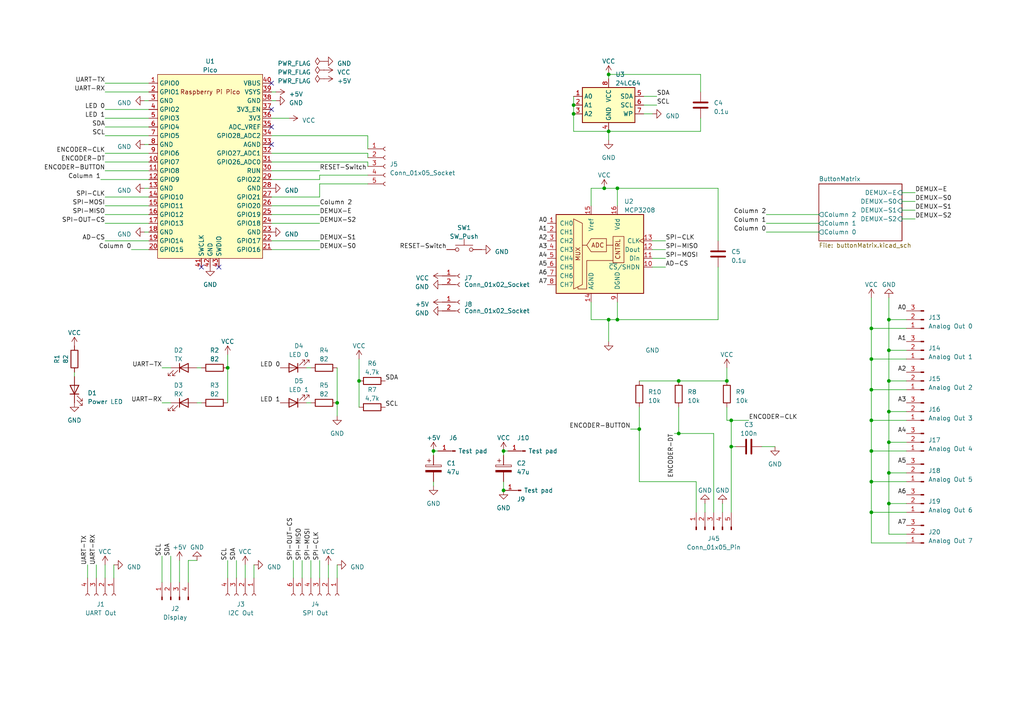
<source format=kicad_sch>
(kicad_sch (version 20231120) (generator "eeschema") (generator_version "8.0")
  (paper "A4")
  (title_block (title "PorscheMühk"))
  (lib_symbols
    (symbol "Analog_ADC:MCP3208" (pin_names (offset 1.016))
      (property "Reference" "U" (at -5.08 13.335 0))
      (property "Value" "MCP3208" (at -5.08 11.43 0))
      (symbol "MCP3208_0_0"
        (text "ADC" (at -0.635 1.27 0) (effects (font (size 1.27 1.27))))
        (text "CNTRL" (at 5.969 -2.921 900) (effects (font (size 1.27 1.27)) (justify left bottom)))
        (text "MUX" (at -6.35 -1.27 900) (effects (font (size 1.27 1.27))))
      )
      (symbol "MCP3208_1_1"
        (pin input line (at -15.24 7.62 0) (length 2.54) (name "CH0") (number "1"))
        (pin input line (at 15.24 -5.08 180) (length 2.54) (name "~{CS}/SHDN") (number "10"))
        (pin input line (at 15.24 -2.54 180) (length 2.54) (name "Din") (number "11"))
        (pin output line (at 15.24 0 180) (length 2.54) (name "Dout") (number "12"))
        (pin input clock (at 15.24 2.54 180) (length 2.54) (name "CLK") (number "13"))
        (pin power_in line (at -2.54 -15.24 90) (length 2.54) (name "AGND") (number "14"))
        (pin power_in line (at -2.54 12.7 270) (length 2.54) (name "Vref") (number "15"))
        (pin power_in line (at 5.08 12.7 270) (length 2.54) (name "Vdd") (number "16"))
        (pin input line (at -15.24 5.08 0) (length 2.54) (name "CH1") (number "2"))
        (pin input line (at -15.24 2.54 0) (length 2.54) (name "CH2") (number "3"))
        (pin input line (at -15.24 0 0) (length 2.54) (name "CH3") (number "4"))
        (pin input line (at -15.24 -2.54 0) (length 2.54) (name "CH4") (number "5"))
        (pin input line (at -15.24 -5.08 0) (length 2.54) (name "CH5") (number "6"))
        (pin input line (at -15.24 -7.62 0) (length 2.54) (name "CH6") (number "7"))
        (pin input line (at -15.24 -10.16 0) (length 2.54) (name "CH7") (number "8"))
        (pin power_in line (at 5.08 -15.24 90) (length 2.54) (name "DGND") (number "9"))
      )
    )
    (symbol "Connector:Conn_01x01_Pin" (pin_names (offset 1.016) hide)
      (property "Reference" "J" (at 0 2.54 0))
      (property "Value" "Conn_01x01_Pin" (at 0 -2.54 0))
      (symbol "Conn_01x01_Pin_1_1"
        (pin passive line (at 5.08 0 180) (length 3.81) (name "Pin_1") (number "1"))
      )
    )
    (symbol "Connector:Conn_01x02_Socket" (pin_names (offset 1.016) hide)
      (property "Reference" "J" (at 0 2.54 0))
      (property "Value" "Conn_01x02_Socket" (at 0 -5.08 0))
      (symbol "Conn_01x02_Socket_1_1"
        (pin passive line (at -5.08 0 0) (length 3.81) (name "Pin_1") (number "1"))
        (pin passive line (at -5.08 -2.54 0) (length 3.81) (name "Pin_2") (number "2"))
      )
    )
    (symbol "Connector:Conn_01x03_Pin" (pin_names (offset 1.016) hide)
      (property "Reference" "J" (at 0 5.08 0))
      (property "Value" "Conn_01x03_Pin" (at 0 -5.08 0))
      (symbol "Conn_01x03_Pin_1_1"
        (pin passive line (at 5.08 2.54 180) (length 3.81) (name "Pin_1") (number "1"))
        (pin passive line (at 5.08 0 180) (length 3.81) (name "Pin_2") (number "2"))
        (pin passive line (at 5.08 -2.54 180) (length 3.81) (name "Pin_3") (number "3"))
      )
    )
    (symbol "Connector:Conn_01x04_Pin" (pin_names (offset 1.016) hide)
      (property "Reference" "J" (at 0 5.08 0))
      (property "Value" "Conn_01x04_Pin" (at 0 -7.62 0))
      (symbol "Conn_01x04_Pin_1_1"
        (pin passive line (at 5.08 2.54 180) (length 3.81) (name "Pin_1") (number "1"))
        (pin passive line (at 5.08 0 180) (length 3.81) (name "Pin_2") (number "2"))
        (pin passive line (at 5.08 -2.54 180) (length 3.81) (name "Pin_3") (number "3"))
        (pin passive line (at 5.08 -5.08 180) (length 3.81) (name "Pin_4") (number "4"))
      )
    )
    (symbol "Connector:Conn_01x04_Socket" (pin_names (offset 1.016) hide)
      (property "Reference" "J" (at 0 5.08 0))
      (property "Value" "Conn_01x04_Socket" (at 0 -7.62 0))
      (symbol "Conn_01x04_Socket_1_1"
        (pin passive line (at -5.08 2.54 0) (length 3.81) (name "Pin_1") (number "1"))
        (pin passive line (at -5.08 0 0) (length 3.81) (name "Pin_2") (number "2"))
        (pin passive line (at -5.08 -2.54 0) (length 3.81) (name "Pin_3") (number "3"))
        (pin passive line (at -5.08 -5.08 0) (length 3.81) (name "Pin_4") (number "4"))
      )
    )
    (symbol "Connector:Conn_01x05_Pin" (pin_names (offset 1.016) hide)
      (property "Reference" "J" (at 0 7.62 0))
      (property "Value" "Conn_01x05_Pin" (at 0 -7.62 0))
      (symbol "Conn_01x05_Pin_1_1"
        (pin passive line (at 5.08 5.08 180) (length 3.81) (name "Pin_1") (number "1"))
        (pin passive line (at 5.08 2.54 180) (length 3.81) (name "Pin_2") (number "2"))
        (pin passive line (at 5.08 0 180) (length 3.81) (name "Pin_3") (number "3"))
        (pin passive line (at 5.08 -2.54 180) (length 3.81) (name "Pin_4") (number "4"))
        (pin passive line (at 5.08 -5.08 180) (length 3.81) (name "Pin_5") (number "5"))
      )
    )
    (symbol "Connector:Conn_01x05_Socket" (pin_names (offset 1.016) hide)
      (property "Reference" "J" (at 0 7.62 0))
      (property "Value" "Conn_01x05_Socket" (at 0 -7.62 0))
      (symbol "Conn_01x05_Socket_1_1"
        (pin passive line (at -5.08 5.08 0) (length 3.81) (name "Pin_1") (number "1"))
        (pin passive line (at -5.08 2.54 0) (length 3.81) (name "Pin_2") (number "2"))
        (pin passive line (at -5.08 0 0) (length 3.81) (name "Pin_3") (number "3"))
        (pin passive line (at -5.08 -2.54 0) (length 3.81) (name "Pin_4") (number "4"))
        (pin passive line (at -5.08 -5.08 0) (length 3.81) (name "Pin_5") (number "5"))
      )
    )
    (symbol "Connector:Conn_01x06_Socket" (pin_names (offset 1.016) hide)
      (property "Reference" "J" (at 0 7.62 0))
      (property "Value" "Conn_01x06_Socket" (at 0 -10.16 0))
      (symbol "Conn_01x06_Socket_1_1"
        (pin passive line (at -5.08 5.08 0) (length 3.81) (name "Pin_1") (number "1"))
        (pin passive line (at -5.08 2.54 0) (length 3.81) (name "Pin_2") (number "2"))
        (pin passive line (at -5.08 0 0) (length 3.81) (name "Pin_3") (number "3"))
        (pin passive line (at -5.08 -2.54 0) (length 3.81) (name "Pin_4") (number "4"))
        (pin passive line (at -5.08 -5.08 0) (length 3.81) (name "Pin_5") (number "5"))
        (pin passive line (at -5.08 -7.62 0) (length 3.81) (name "Pin_6") (number "6"))
      )
    )
    (symbol "Device:C" (pin_numbers hide) (pin_names (offset 0.254))
      (property "Reference" "C" (at 0.635 2.54 0))
      (property "Value" "C" (at 0.635 -2.54 0))
      (symbol "C_1_1"
        (pin passive line (at 0 3.81 270) (length 2.794) (name "~") (number "1"))
        (pin passive line (at 0 -3.81 90) (length 2.794) (name "~") (number "2"))
      )
    )
    (symbol "Device:C_Polarized" (pin_numbers hide) (pin_names (offset 0.254))
      (property "Reference" "C" (at 0.635 2.54 0))
      (property "Value" "C_Polarized" (at 0.635 -2.54 0))
      (symbol "C_Polarized_1_1"
        (pin passive line (at 0 3.81 270) (length 2.794) (name "~") (number "1"))
        (pin passive line (at 0 -3.81 90) (length 2.794) (name "~") (number "2"))
      )
    )
    (symbol "Device:LED" (pin_numbers hide) (pin_names (offset 1.016) hide)
      (property "Reference" "D" (at 0 2.54 0))
      (property "Value" "LED" (at 0 -2.54 0))
      (symbol "LED_1_1"
        (pin passive line (at -3.81 0 0) (length 2.54) (name "K") (number "1"))
        (pin passive line (at 3.81 0 180) (length 2.54) (name "A") (number "2"))
      )
    )
    (symbol "Device:R" (pin_numbers hide) (pin_names (offset 0))
      (property "Reference" "R" (at 2.032 0 90))
      (property "Value" "R" (at 0 0 90))
      (symbol "R_1_1"
        (pin passive line (at 0 3.81 270) (length 1.27) (name "~") (number "1"))
        (pin passive line (at 0 -3.81 90) (length 1.27) (name "~") (number "2"))
      )
    )
    (symbol "MCU_RaspberryPi_and_Boards:Pico"
      (property "Reference" "U" (at -13.97 27.94 0))
      (property "Value" "Pico" (at 0 19.05 0))
      (symbol "Pico_0_0"
        (text "Raspberry Pi Pico" (at 0 21.59 0) (effects (font (size 1.27 1.27))))
      )
      (symbol "Pico_1_1"
        (pin bidirectional line (at -17.78 24.13 0) (length 2.54) (name "GPIO0") (number "1"))
        (pin bidirectional line (at -17.78 1.27 0) (length 2.54) (name "GPIO7") (number "10"))
        (pin bidirectional line (at -17.78 -1.27 0) (length 2.54) (name "GPIO8") (number "11"))
        (pin bidirectional line (at -17.78 -3.81 0) (length 2.54) (name "GPIO9") (number "12"))
        (pin power_in line (at -17.78 -6.35 0) (length 2.54) (name "GND") (number "13"))
        (pin bidirectional line (at -17.78 -8.89 0) (length 2.54) (name "GPIO10") (number "14"))
        (pin bidirectional line (at -17.78 -11.43 0) (length 2.54) (name "GPIO11") (number "15"))
        (pin bidirectional line (at -17.78 -13.97 0) (length 2.54) (name "GPIO12") (number "16"))
        (pin bidirectional line (at -17.78 -16.51 0) (length 2.54) (name "GPIO13") (number "17"))
        (pin power_in line (at -17.78 -19.05 0) (length 2.54) (name "GND") (number "18"))
        (pin bidirectional line (at -17.78 -21.59 0) (length 2.54) (name "GPIO14") (number "19"))
        (pin bidirectional line (at -17.78 21.59 0) (length 2.54) (name "GPIO1") (number "2"))
        (pin bidirectional line (at -17.78 -24.13 0) (length 2.54) (name "GPIO15") (number "20"))
        (pin bidirectional line (at 17.78 -24.13 180) (length 2.54) (name "GPIO16") (number "21"))
        (pin bidirectional line (at 17.78 -21.59 180) (length 2.54) (name "GPIO17") (number "22"))
        (pin power_in line (at 17.78 -19.05 180) (length 2.54) (name "GND") (number "23"))
        (pin bidirectional line (at 17.78 -16.51 180) (length 2.54) (name "GPIO18") (number "24"))
        (pin bidirectional line (at 17.78 -13.97 180) (length 2.54) (name "GPIO19") (number "25"))
        (pin bidirectional line (at 17.78 -11.43 180) (length 2.54) (name "GPIO20") (number "26"))
        (pin bidirectional line (at 17.78 -8.89 180) (length 2.54) (name "GPIO21") (number "27"))
        (pin power_in line (at 17.78 -6.35 180) (length 2.54) (name "GND") (number "28"))
        (pin bidirectional line (at 17.78 -3.81 180) (length 2.54) (name "GPIO22") (number "29"))
        (pin power_in line (at -17.78 19.05 0) (length 2.54) (name "GND") (number "3"))
        (pin input line (at 17.78 -1.27 180) (length 2.54) (name "RUN") (number "30"))
        (pin bidirectional line (at 17.78 1.27 180) (length 2.54) (name "GPIO26_ADC0") (number "31"))
        (pin bidirectional line (at 17.78 3.81 180) (length 2.54) (name "GPIO27_ADC1") (number "32"))
        (pin power_in line (at 17.78 6.35 180) (length 2.54) (name "AGND") (number "33"))
        (pin bidirectional line (at 17.78 8.89 180) (length 2.54) (name "GPIO28_ADC2") (number "34"))
        (pin power_in line (at 17.78 11.43 180) (length 2.54) (name "ADC_VREF") (number "35"))
        (pin power_in line (at 17.78 13.97 180) (length 2.54) (name "3V3") (number "36"))
        (pin input line (at 17.78 16.51 180) (length 2.54) (name "3V3_EN") (number "37"))
        (pin bidirectional line (at 17.78 19.05 180) (length 2.54) (name "GND") (number "38"))
        (pin power_in line (at 17.78 21.59 180) (length 2.54) (name "VSYS") (number "39"))
        (pin bidirectional line (at -17.78 16.51 0) (length 2.54) (name "GPIO2") (number "4"))
        (pin power_in line (at 17.78 24.13 180) (length 2.54) (name "VBUS") (number "40"))
        (pin input line (at -2.54 -29.21 90) (length 2.54) (name "SWCLK") (number "41"))
        (pin power_in line (at 0 -29.21 90) (length 2.54) (name "GND") (number "42"))
        (pin bidirectional line (at 2.54 -29.21 90) (length 2.54) (name "SWDIO") (number "43"))
        (pin bidirectional line (at -17.78 13.97 0) (length 2.54) (name "GPIO3") (number "5"))
        (pin bidirectional line (at -17.78 11.43 0) (length 2.54) (name "GPIO4") (number "6"))
        (pin bidirectional line (at -17.78 8.89 0) (length 2.54) (name "GPIO5") (number "7"))
        (pin power_in line (at -17.78 6.35 0) (length 2.54) (name "GND") (number "8"))
        (pin bidirectional line (at -17.78 3.81 0) (length 2.54) (name "GPIO6") (number "9"))
      )
    )
    (symbol "Memory_EEPROM:24LC64"
      (property "Reference" "U" (at -6.35 6.35 0))
      (property "Value" "24LC64" (at 1.27 6.35 0))
      (symbol "24LC64_1_1"
        (pin input line (at -10.16 2.54 0) (length 2.54) (name "A0") (number "1"))
        (pin input line (at -10.16 0 0) (length 2.54) (name "A1") (number "2"))
        (pin input line (at -10.16 -2.54 0) (length 2.54) (name "A2") (number "3"))
        (pin power_in line (at 0 -7.62 90) (length 2.54) (name "GND") (number "4"))
        (pin bidirectional line (at 10.16 2.54 180) (length 2.54) (name "SDA") (number "5"))
        (pin input line (at 10.16 0 180) (length 2.54) (name "SCL") (number "6"))
        (pin input line (at 10.16 -2.54 180) (length 2.54) (name "WP") (number "7"))
        (pin power_in line (at 0 7.62 270) (length 2.54) (name "VCC") (number "8"))
      )
    )
    (symbol "Switch:SW_Push" (pin_numbers hide) (pin_names (offset 1.016) hide)
      (property "Reference" "SW" (at 1.27 2.54 0))
      (property "Value" "SW_Push" (at 0 -1.524 0))
      (symbol "SW_Push_0_1"
        (pin passive line (at -5.08 0 0) (length 2.54) (name "1") (number "1"))
        (pin passive line (at 5.08 0 180) (length 2.54) (name "2") (number "2"))
      )
    )
    (symbol "power:+5V" (power) (pin_names (offset 0))
      (property "Value" "+5V" (at 0 3.556 0))
      (symbol "+5V_1_1"
        (pin power_in line (at 0 0 90) (length 0) hide (name "+5V") (number "1"))
      )
    )
    (symbol "power:GND" (power) (pin_names (offset 0))
      (property "Value" "GND" (at 0 -3.81 0))
      (symbol "GND_1_1"
        (pin power_in line (at 0 0 270) (length 0) hide (name "GND") (number "1"))
      )
    )
    (symbol "power:PWR_FLAG" (power) (pin_numbers hide) (pin_names (offset 0) hide)
      (property "Value" "PWR_FLAG" (at 0 3.81 0))
      (symbol "PWR_FLAG_0_0"
        (pin power_out line (at 0 0 90) (length 0) (name "pwr") (number "1"))
      )
    )
    (symbol "power:VCC" (power) (pin_names (offset 0))
      (property "Value" "VCC" (at 0 3.81 0))
      (symbol "VCC_1_1"
        (pin power_in line (at 0 0 90) (length 0) hide (name "VCC") (number "1"))
      )
    )
  )
  (junction (at 210.82 110.49))
  (junction (at 257.81 92.71))
  (junction (at 252.73 95.25))
  (junction (at 179.07 54.61))
  (junction (at 257.81 101.6))
  (junction (at 146.05 142.24))
  (junction (at 175.26 54.61))
  (junction (at 252.73 104.14))
  (junction (at 257.81 119.38))
  (junction (at 176.53 38.1))
  (junction (at 212.09 129.54))
  (junction (at 166.37 33.02))
  (junction (at 212.09 121.92))
  (junction (at 146.05 130.81))
  (junction (at 166.37 30.48))
  (junction (at 252.73 130.81))
  (junction (at 252.73 139.7))
  (junction (at 196.85 125.73))
  (junction (at 176.53 92.71))
  (junction (at 104.14 110.49))
  (junction (at 257.81 146.05))
  (junction (at 257.81 128.27))
  (junction (at 252.73 121.92))
  (junction (at 66.04 106.68))
  (junction (at 97.79 116.84))
  (junction (at 196.85 110.49))
  (junction (at 257.81 110.49))
  (junction (at 185.42 124.46))
  (junction (at 179.07 92.71))
  (junction (at 252.73 113.03))
  (junction (at 252.73 148.59))
  (junction (at 176.53 21.59))
  (junction (at 125.73 130.81))
  (junction (at 257.81 137.16))
  (no_connect (at 78.74 24.13))
  (no_connect (at 78.74 31.75))
  (no_connect (at 58.42 77.47))
  (no_connect (at 78.74 36.83))
  (no_connect (at 63.5 77.47))
  (no_connect (at 78.74 41.91))
  (wire (pts (xy 106.68 44.45) (xy 106.68 45.72)))
  (wire (pts (xy 203.2 34.29) (xy 203.2 38.1)))
  (wire (pts (xy 257.81 86.36) (xy 257.81 92.71)))
  (wire (pts (xy 30.48 39.37) (xy 43.18 39.37)))
  (wire (pts (xy 30.48 49.53) (xy 43.18 49.53)))
  (wire (pts (xy 252.73 148.59) (xy 262.89 148.59)))
  (wire (pts (xy 87.63 162.56) (xy 87.63 167.64)))
  (wire (pts (xy 252.73 86.36) (xy 252.73 95.25)))
  (wire (pts (xy 78.74 64.77) (xy 92.71 64.77)))
  (wire (pts (xy 257.81 128.27) (xy 262.89 128.27)))
  (wire (pts (xy 30.48 69.85) (xy 43.18 69.85)))
  (wire (pts (xy 252.73 148.59) (xy 252.73 157.48)))
  (wire (pts (xy 252.73 139.7) (xy 262.89 139.7)))
  (wire (pts (xy 176.53 21.59) (xy 203.2 21.59)))
  (wire (pts (xy 252.73 113.03) (xy 252.73 121.92)))
  (wire (pts (xy 189.23 77.47) (xy 193.04 77.47)))
  (wire (pts (xy 257.81 101.6) (xy 262.89 101.6)))
  (wire (pts (xy 104.14 110.49) (xy 104.14 118.11)))
  (wire (pts (xy 257.81 92.71) (xy 262.89 92.71)))
  (wire (pts (xy 252.73 104.14) (xy 252.73 113.03)))
  (wire (pts (xy 90.17 162.56) (xy 90.17 167.64)))
  (wire (pts (xy 78.74 39.37) (xy 106.68 39.37)))
  (wire (pts (xy 33.02 163.83) (xy 33.02 167.64)))
  (wire (pts (xy 166.37 38.1) (xy 176.53 38.1)))
  (wire (pts (xy 41.91 41.91) (xy 43.18 41.91)))
  (wire (pts (xy 175.26 54.61) (xy 179.07 54.61)))
  (wire (pts (xy 30.48 64.77) (xy 43.18 64.77)))
  (wire (pts (xy 73.66 163.83) (xy 73.66 167.64)))
  (wire (pts (xy 78.74 52.07) (xy 92.71 52.07)))
  (wire (pts (xy 30.48 36.83) (xy 43.18 36.83)))
  (wire (pts (xy 52.07 162.56) (xy 52.07 168.91)))
  (wire (pts (xy 204.47 146.05) (xy 204.47 148.59)))
  (wire (pts (xy 78.74 72.39) (xy 92.71 72.39)))
  (wire (pts (xy 210.82 121.92) (xy 210.82 118.11)))
  (wire (pts (xy 166.37 27.94) (xy 166.37 30.48)))
  (wire (pts (xy 30.48 26.67) (xy 43.18 26.67)))
  (wire (pts (xy 261.62 55.88) (xy 265.43 55.88)))
  (wire (pts (xy 106.68 39.37) (xy 106.68 43.18)))
  (wire (pts (xy 41.91 54.61) (xy 43.18 54.61)))
  (wire (pts (xy 207.01 125.73) (xy 196.85 125.73)))
  (wire (pts (xy 257.81 119.38) (xy 262.89 119.38)))
  (wire (pts (xy 30.48 46.99) (xy 43.18 46.99)))
  (wire (pts (xy 222.25 62.23) (xy 237.49 62.23)))
  (wire (pts (xy 179.07 92.71) (xy 179.07 87.63)))
  (wire (pts (xy 189.23 74.93) (xy 193.04 74.93)))
  (wire (pts (xy 212.09 121.92) (xy 217.17 121.92)))
  (wire (pts (xy 252.73 121.92) (xy 252.73 130.81)))
  (wire (pts (xy 57.15 116.84) (xy 58.42 116.84)))
  (wire (pts (xy 71.12 163.83) (xy 71.12 167.64)))
  (wire (pts (xy 106.68 46.99) (xy 106.68 48.26)))
  (wire (pts (xy 261.62 58.42) (xy 265.43 58.42)))
  (wire (pts (xy 92.71 162.56) (xy 92.71 167.64)))
  (wire (pts (xy 209.55 146.05) (xy 209.55 148.59)))
  (wire (pts (xy 252.73 121.92) (xy 262.89 121.92)))
  (wire (pts (xy 257.81 128.27) (xy 257.81 137.16)))
  (wire (pts (xy 78.74 59.69) (xy 92.71 59.69)))
  (wire (pts (xy 166.37 30.48) (xy 166.37 33.02)))
  (wire (pts (xy 252.73 104.14) (xy 262.89 104.14)))
  (wire (pts (xy 186.69 27.94) (xy 190.5 27.94)))
  (wire (pts (xy 203.2 21.59) (xy 203.2 26.67)))
  (wire (pts (xy 78.74 62.23) (xy 92.71 62.23)))
  (wire (pts (xy 262.89 157.48) (xy 252.73 157.48)))
  (wire (pts (xy 66.04 106.68) (xy 66.04 116.84)))
  (wire (pts (xy 83.82 34.29) (xy 78.74 34.29)))
  (wire (pts (xy 196.85 118.11) (xy 196.85 125.73)))
  (wire (pts (xy 189.23 72.39) (xy 193.04 72.39)))
  (wire (pts (xy 30.48 163.83) (xy 30.48 167.64)))
  (wire (pts (xy 179.07 92.71) (xy 208.28 92.71)))
  (wire (pts (xy 97.79 163.83) (xy 97.79 167.64)))
  (wire (pts (xy 222.25 67.31) (xy 237.49 67.31)))
  (wire (pts (xy 41.91 29.21) (xy 43.18 29.21)))
  (wire (pts (xy 41.91 67.31) (xy 43.18 67.31)))
  (wire (pts (xy 166.37 33.02) (xy 166.37 38.1)))
  (wire (pts (xy 257.81 119.38) (xy 257.81 128.27)))
  (wire (pts (xy 30.48 62.23) (xy 43.18 62.23)))
  (wire (pts (xy 97.79 116.84) (xy 97.79 120.65)))
  (wire (pts (xy 146.05 139.7) (xy 146.05 142.24)))
  (wire (pts (xy 201.93 148.59) (xy 201.93 139.7)))
  (wire (pts (xy 252.73 130.81) (xy 262.89 130.81)))
  (wire (pts (xy 66.04 162.56) (xy 66.04 167.64)))
  (wire (pts (xy 146.05 130.81) (xy 146.05 132.08)))
  (wire (pts (xy 92.71 50.8) (xy 92.71 52.07)))
  (wire (pts (xy 30.48 34.29) (xy 43.18 34.29)))
  (wire (pts (xy 78.74 44.45) (xy 106.68 44.45)))
  (wire (pts (xy 95.25 163.83) (xy 95.25 167.64)))
  (wire (pts (xy 66.04 106.68) (xy 66.04 102.87)))
  (wire (pts (xy 78.74 46.99) (xy 106.68 46.99)))
  (wire (pts (xy 68.58 162.56) (xy 68.58 167.64)))
  (wire (pts (xy 30.48 44.45) (xy 43.18 44.45)))
  (wire (pts (xy 29.21 52.07) (xy 43.18 52.07)))
  (wire (pts (xy 212.09 121.92) (xy 212.09 129.54)))
  (wire (pts (xy 171.45 54.61) (xy 175.26 54.61)))
  (wire (pts (xy 195.58 125.73) (xy 196.85 125.73)))
  (wire (pts (xy 30.48 59.69) (xy 43.18 59.69)))
  (wire (pts (xy 176.53 38.1) (xy 176.53 40.64)))
  (wire (pts (xy 46.99 106.68) (xy 49.53 106.68)))
  (wire (pts (xy 257.81 146.05) (xy 262.89 146.05)))
  (wire (pts (xy 80.01 26.67) (xy 78.74 26.67)))
  (wire (pts (xy 88.9 106.68) (xy 90.17 106.68)))
  (wire (pts (xy 213.36 129.54) (xy 212.09 129.54)))
  (wire (pts (xy 189.23 69.85) (xy 193.04 69.85)))
  (wire (pts (xy 54.61 168.91) (xy 54.61 162.56)))
  (wire (pts (xy 212.09 148.59) (xy 212.09 129.54)))
  (wire (pts (xy 125.73 130.81) (xy 125.73 132.08)))
  (wire (pts (xy 186.69 33.02) (xy 189.23 33.02)))
  (wire (pts (xy 208.28 77.47) (xy 208.28 92.71)))
  (wire (pts (xy 171.45 59.69) (xy 171.45 54.61)))
  (wire (pts (xy 127 130.81) (xy 125.73 130.81)))
  (wire (pts (xy 207.01 148.59) (xy 207.01 125.73)))
  (wire (pts (xy 176.53 92.71) (xy 179.07 92.71)))
  (wire (pts (xy 30.48 31.75) (xy 43.18 31.75)))
  (wire (pts (xy 212.09 121.92) (xy 210.82 121.92)))
  (wire (pts (xy 257.81 101.6) (xy 257.81 110.49)))
  (wire (pts (xy 210.82 106.68) (xy 210.82 110.49)))
  (wire (pts (xy 185.42 118.11) (xy 185.42 124.46)))
  (wire (pts (xy 176.53 21.59) (xy 176.53 22.86)))
  (wire (pts (xy 25.4 163.83) (xy 25.4 167.64)))
  (wire (pts (xy 208.28 69.85) (xy 208.28 54.61)))
  (wire (pts (xy 252.73 139.7) (xy 252.73 148.59)))
  (wire (pts (xy 220.98 129.54) (xy 224.79 129.54)))
  (wire (pts (xy 97.79 106.68) (xy 97.79 116.84)))
  (wire (pts (xy 80.01 29.21) (xy 78.74 29.21)))
  (wire (pts (xy 185.42 139.7) (xy 185.42 124.46)))
  (wire (pts (xy 49.53 161.29) (xy 49.53 168.91)))
  (wire (pts (xy 125.73 140.97) (xy 125.73 139.7)))
  (wire (pts (xy 30.48 57.15) (xy 43.18 57.15)))
  (wire (pts (xy 208.28 54.61) (xy 179.07 54.61)))
  (wire (pts (xy 78.74 49.53) (xy 92.71 49.53)))
  (wire (pts (xy 252.73 113.03) (xy 262.89 113.03)))
  (wire (pts (xy 261.62 60.96) (xy 265.43 60.96)))
  (wire (pts (xy 88.9 116.84) (xy 90.17 116.84)))
  (wire (pts (xy 57.15 106.68) (xy 58.42 106.68)))
  (wire (pts (xy 196.85 110.49) (xy 210.82 110.49)))
  (wire (pts (xy 182.88 124.46) (xy 185.42 124.46)))
  (wire (pts (xy 203.2 38.1) (xy 176.53 38.1)))
  (wire (pts (xy 222.25 64.77) (xy 237.49 64.77)))
  (wire (pts (xy 46.99 161.29) (xy 46.99 168.91)))
  (wire (pts (xy 201.93 139.7) (xy 185.42 139.7)))
  (wire (pts (xy 78.74 57.15) (xy 92.71 57.15)))
  (wire (pts (xy 104.14 104.14) (xy 104.14 110.49)))
  (wire (pts (xy 252.73 95.25) (xy 262.89 95.25)))
  (wire (pts (xy 257.81 110.49) (xy 262.89 110.49)))
  (wire (pts (xy 27.94 163.83) (xy 27.94 167.64)))
  (wire (pts (xy 257.81 137.16) (xy 257.81 146.05)))
  (wire (pts (xy 30.48 24.13) (xy 43.18 24.13)))
  (wire (pts (xy 147.32 130.81) (xy 146.05 130.81)))
  (wire (pts (xy 252.73 130.81) (xy 252.73 139.7)))
  (wire (pts (xy 92.71 57.15) (xy 92.71 53.34)))
  (wire (pts (xy 171.45 87.63) (xy 171.45 92.71)))
  (wire (pts (xy 257.81 137.16) (xy 262.89 137.16)))
  (wire (pts (xy 38.1 72.39) (xy 43.18 72.39)))
  (wire (pts (xy 54.61 162.56) (xy 57.15 162.56)))
  (wire (pts (xy 196.85 110.49) (xy 185.42 110.49)))
  (wire (pts (xy 85.09 162.56) (xy 85.09 167.64)))
  (wire (pts (xy 257.81 92.71) (xy 257.81 101.6)))
  (wire (pts (xy 78.74 69.85) (xy 92.71 69.85)))
  (wire (pts (xy 252.73 95.25) (xy 252.73 104.14)))
  (wire (pts (xy 106.68 50.8) (xy 92.71 50.8)))
  (wire (pts (xy 171.45 92.71) (xy 176.53 92.71)))
  (wire (pts (xy 257.81 110.49) (xy 257.81 119.38)))
  (wire (pts (xy 179.07 54.61) (xy 179.07 59.69)))
  (wire (pts (xy 186.69 30.48) (xy 190.5 30.48)))
  (wire (pts (xy 46.99 116.84) (xy 49.53 116.84)))
  (wire (pts (xy 92.71 53.34) (xy 106.68 53.34)))
  (wire (pts (xy 21.59 107.95) (xy 21.59 109.22)))
  (wire (pts (xy 176.53 92.71) (xy 176.53 99.06)))
  (wire (pts (xy 257.81 154.94) (xy 262.89 154.94)))
  (wire (pts (xy 261.62 63.5) (xy 265.43 63.5)))
  (wire (pts (xy 257.81 146.05) (xy 257.81 154.94)))
  (label "A2" (at 158.75 69.85 180))
  (label "SCL" (at 111.76 118.11 0))
  (label "DEMUX-E" (at 265.43 55.88 0))
  (label "A0" (at 158.75 64.77 180))
  (label "RESET-Switch" (at 129.54 72.39 180))
  (label "SPI-MOSI" (at 90.17 162.56 90))
  (label "SDA" (at 49.53 161.29 90))
  (label "LED 1" (at 30.48 34.29 180))
  (label "ENCODER-BUTTON" (at 182.88 124.46 180))
  (label "SPI-CLK" (at 92.71 162.56 90))
  (label "DEMUX-S0" (at 265.43 58.42 0))
  (label "A5" (at 262.89 134.62 180))
  (label "SPI-MOSI" (at 193.04 74.93 0))
  (label "A0" (at 262.89 90.17 180))
  (label "ENCODER-CLK" (at 217.17 121.92 0))
  (label "A3" (at 262.89 116.84 180))
  (label "A6" (at 262.89 143.51 180))
  (label "SPI-CLK" (at 193.04 69.85 0))
  (label "UART-TX" (at 30.48 24.13 180))
  (label "SDA" (at 111.76 110.49 0))
  (label "DEMUX-E" (at 92.71 62.23 0))
  (label "A1" (at 262.89 99.06 180))
  (label "DEMUX-S1" (at 92.71 69.85 0))
  (label "SDA" (at 68.58 162.56 90))
  (label "A1" (at 158.75 67.31 180))
  (label "A4" (at 262.89 125.73 180))
  (label "UART-TX" (at 25.4 163.83 90))
  (label "ENCODER-DT" (at 30.48 46.99 180))
  (label "Column 0" (at 222.25 67.31 180))
  (label "Column 1" (at 222.25 64.77 180))
  (label "LED 0" (at 30.48 31.75 180))
  (label "SCL" (at 46.99 161.29 90))
  (label "UART-RX" (at 30.48 26.67 180))
  (label "AD-CS" (at 193.04 77.47 0))
  (label "A5" (at 158.75 77.47 180))
  (label "RESET-Switch" (at 92.71 49.53 0))
  (label "LED 1" (at 81.28 116.84 180))
  (label "SPI-MOSI" (at 30.48 59.69 180))
  (label "A3" (at 158.75 72.39 180))
  (label "ENCODER-CLK" (at 30.48 44.45 180))
  (label "SDA" (at 190.5 27.94 0))
  (label "A6" (at 158.75 80.01 180))
  (label "ENCODER-DT" (at 195.58 125.73 270))
  (label "SPI-CLK" (at 30.48 57.15 180))
  (label "Column 2" (at 222.25 62.23 180))
  (label "A7" (at 262.89 152.4 180))
  (label "SPI-OUT-CS" (at 30.48 64.77 180))
  (label "DEMUX-S2" (at 265.43 63.5 0))
  (label "DEMUX-S1" (at 265.43 60.96 0))
  (label "SPI-MISO" (at 193.04 72.39 0))
  (label "UART-RX" (at 46.99 116.84 180))
  (label "UART-TX" (at 46.99 106.68 180))
  (label "A4" (at 158.75 74.93 180))
  (label "A7" (at 158.75 82.55 180))
  (label "Column 2" (at 92.71 59.69 0))
  (label "UART-RX" (at 27.94 163.83 90))
  (label "Column 0" (at 38.1 72.39 180))
  (label "LED 0" (at 81.28 106.68 180))
  (label "ENCODER-BUTTON" (at 30.48 49.53 180))
  (label "SDA" (at 30.48 36.83 180))
  (label "A2" (at 262.89 107.95 180))
  (label "SPI-MISO" (at 30.48 62.23 180))
  (label "SCL" (at 30.48 39.37 180))
  (label "AD-CS" (at 30.48 69.85 180))
  (label "DEMUX-S0" (at 92.71 72.39 0))
  (label "SPI-MISO" (at 87.63 162.56 90))
  (label "SCL" (at 66.04 162.56 90))
  (label "SPI-OUT-CS" (at 85.09 162.56 90))
  (label "SCL" (at 190.5 30.48 0))
  (label "DEMUX-S2" (at 92.71 64.77 0))
  (label "Column 1" (at 29.21 52.07 180))
  (symbol (lib_id "power:GND") (at 97.79 163.83 90) (unit 1)
    (property "Reference" "#PWR024" (effects (hide yes)))
    (property "Value" "GND" (at 101.6 164.465 90) (effects (justify right)))
  )
  (symbol (lib_id "Connector:Conn_01x04_Pin") (at 49.53 173.99 90) (unit 1)
    (property "Reference" "J2" (at 50.8 176.53 90))
    (property "Value" "Display" (at 50.8 179.07 90))
    (property "Footprint" "Connector_Molex:Molex_KK-254_AE-6410-04A_1x04_P2.54mm_Vertical" (effects (hide yes)))
  )
  (symbol (lib_id "Device:R") (at 185.42 114.3 180) (unit 1)
    (property "Reference" "R10" (at 187.96 113.665 0) (effects (justify right)))
    (property "Value" "10k" (at 187.96 116.205 0) (effects (justify right)))
    (property "Footprint" "Resistor_SMD:R_0805_2012Metric_Pad1.20x1.40mm_HandSolder" (effects (hide yes)))
  )
  (symbol (lib_id "power:+5V") (at 52.07 162.56 0) (unit 1)
    (property "Reference" "#PWR09" (effects (hide yes)))
    (property "Value" "+5V" (at 52.07 158.75 0))
  )
  (symbol (lib_id "power:GND") (at 257.81 86.36 180) (unit 1)
    (property "Reference" "#PWR045" (effects (hide yes)))
    (property "Value" "GND" (at 257.81 82.55 0))
  )
  (symbol (lib_id "power:GND") (at 60.96 77.47 0) (unit 1)
    (property "Reference" "#PWR056" (effects (hide yes)))
    (property "Value" "GND" (at 60.96 82.55 0))
  )
  (symbol (lib_id "Device:R") (at 62.23 106.68 90) (unit 1)
    (property "Reference" "R2" (at 62.23 101.6 90))
    (property "Value" "82" (at 62.23 104.14 90))
    (property "Footprint" "Resistor_SMD:R_0805_2012Metric_Pad1.20x1.40mm_HandSolder" (effects (hide yes)))
  )
  (symbol (lib_id "Device:C_Polarized") (at 125.73 135.89 0) (unit 1)
    (property "Reference" "C1" (at 129.54 134.366 0) (effects (justify left)))
    (property "Value" "47u" (at 129.54 136.906 0) (effects (justify left)))
    (property "Footprint" "Capacitor_SMD:CP_Elec_5x5.3" (effects (hide yes)))
  )
  (symbol (lib_id "power:VCC") (at 176.53 21.59 0) (unit 1)
    (property "Reference" "#PWR036" (effects (hide yes)))
    (property "Value" "VCC" (at 176.53 17.78 0))
  )
  (symbol (lib_id "Device:R") (at 93.98 116.84 90) (unit 1)
    (property "Reference" "R5" (at 93.98 111.76 90))
    (property "Value" "82" (at 93.98 114.3 90))
    (property "Footprint" "Resistor_SMD:R_0805_2012Metric_Pad1.20x1.40mm_HandSolder" (effects (hide yes)))
  )
  (symbol (lib_id "power:GND") (at 80.01 29.21 90) (unit 1)
    (property "Reference" "#PWR017" (effects (hide yes)))
    (property "Value" "GND" (at 83.82 29.845 90) (effects (justify right)))
  )
  (symbol (lib_id "Connector:Conn_01x03_Pin") (at 267.97 154.94 180) (unit 1)
    (property "Reference" "J20" (at 269.24 154.305 0) (effects (justify right)))
    (property "Value" "Analog Out 7" (at 269.24 156.845 0) (effects (justify right)))
    (property "Footprint" "Connector_Molex:Molex_KK-254_AE-6410-03A_1x03_P2.54mm_Vertical" (effects (hide yes)))
  )
  (symbol (lib_id "Device:C") (at 217.17 129.54 270) (unit 1)
    (property "Reference" "C3" (at 217.17 123.19 90))
    (property "Value" "100n" (at 217.17 125.73 90))
    (property "Footprint" "Capacitor_SMD:C_0805_2012Metric_Pad1.18x1.45mm_HandSolder" (effects (hide yes)))
  )
  (symbol (lib_id "Connector:Conn_01x05_Socket") (at 111.76 48.26 0) (unit 1)
    (property "Reference" "J5" (at 113.03 47.625 0) (effects (justify left)))
    (property "Value" "Conn_01x05_Socket" (at 113.03 50.165 0) (effects (justify left)))
    (property "Footprint" "Connector_PinSocket_2.54mm:PinSocket_1x05_P2.54mm_Vertical" (effects (hide yes)))
  )
  (symbol (lib_id "Connector:Conn_01x04_Socket") (at 71.12 172.72 270) (unit 1)
    (property "Reference" "J3" (at 69.85 175.26 90))
    (property "Value" "I2C Out" (at 69.85 177.8 90))
    (property "Footprint" "Connector_PinSocket_2.54mm:PinSocket_1x04_P2.54mm_Vertical" (effects (hide yes)))
  )
  (symbol (lib_id "power:GND") (at 21.59 116.84 0) (unit 1)
    (property "Reference" "#PWR02" (effects (hide yes)))
    (property "Value" "GND" (at 21.59 121.92 0))
  )
  (symbol (lib_id "power:+5V") (at 125.73 130.81 0) (unit 1)
    (property "Reference" "#PWR026" (effects (hide yes)))
    (property "Value" "+5V" (at 125.73 127 0))
  )
  (symbol (lib_id "power:PWR_FLAG") (at 93.98 20.32 90) (unit 1)
    (property "Reference" "#FLG02" (effects (hide yes)))
    (property "Value" "PWR_FLAG" (at 90.17 20.955 90) (effects (justify left)))
  )
  (symbol (lib_id "power:VCC") (at 30.48 163.83 0) (unit 1)
    (property "Reference" "#PWR03" (effects (hide yes)))
    (property "Value" "VCC" (at 30.48 160.02 0))
  )
  (symbol (lib_id "power:GND") (at 139.7 72.39 90) (unit 1)
    (property "Reference" "#PWR032" (effects (hide yes)))
    (property "Value" "GND" (at 143.51 73.025 90) (effects (justify right)))
  )
  (symbol (lib_id "power:VCC") (at 95.25 163.83 0) (unit 1)
    (property "Reference" "#PWR022" (effects (hide yes)))
    (property "Value" "VCC" (at 95.25 160.02 0))
  )
  (symbol (lib_id "Connector:Conn_01x03_Pin") (at 267.97 119.38 180) (unit 1)
    (property "Reference" "J16" (at 269.24 118.745 0) (effects (justify right)))
    (property "Value" "Analog Out 3" (at 269.24 121.285 0) (effects (justify right)))
    (property "Footprint" "Connector_Molex:Molex_KK-254_AE-6410-03A_1x03_P2.54mm_Vertical" (effects (hide yes)))
  )
  (symbol (lib_id "Device:R") (at 93.98 106.68 90) (unit 1)
    (property "Reference" "R4" (at 93.98 101.6 90))
    (property "Value" "82" (at 93.98 104.14 90))
    (property "Footprint" "Resistor_SMD:R_0805_2012Metric_Pad1.20x1.40mm_HandSolder" (effects (hide yes)))
  )
  (symbol (lib_id "Connector:Conn_01x04_Socket") (at 30.48 172.72 270) (unit 1)
    (property "Reference" "J1" (at 29.21 175.26 90))
    (property "Value" "UART Out" (at 29.21 177.8 90))
    (property "Footprint" "Connector_PinSocket_2.54mm:PinSocket_1x04_P2.54mm_Vertical" (effects (hide yes)))
  )
  (symbol (lib_id "power:+5V") (at 80.01 26.67 270) (unit 1)
    (property "Reference" "#PWR016" (effects (hide yes)))
    (property "Value" "+5V" (at 83.82 27.305 90) (effects (justify left)))
  )
  (symbol (lib_id "power:VCC") (at 128.27 80.01 90) (unit 1)
    (property "Reference" "#PWR028" (effects (hide yes)))
    (property "Value" "VCC" (at 124.46 80.645 90) (effects (justify left)))
  )
  (symbol (lib_id "Connector:Conn_01x03_Pin") (at 267.97 110.49 180) (unit 1)
    (property "Reference" "J15" (at 269.24 109.855 0) (effects (justify right)))
    (property "Value" "Analog Out 2" (at 269.24 112.395 0) (effects (justify right)))
    (property "Footprint" "Connector_Molex:Molex_KK-254_AE-6410-03A_1x03_P2.54mm_Vertical" (effects (hide yes)))
  )
  (symbol (lib_id "Device:LED") (at 85.09 116.84 180) (unit 1)
    (property "Reference" "D5" (at 86.6775 110.49 0))
    (property "Value" "LED 1" (at 86.6775 113.03 0))
    (property "Footprint" "LED_SMD:LED_0805_2012Metric_Pad1.15x1.40mm_HandSolder" (effects (hide yes)))
  )
  (symbol (lib_id "Connector:Conn_01x01_Pin") (at 152.4 130.81 180) (unit 1)
    (property "Reference" "J10" (at 151.765 127 0))
    (property "Value" "Test pad" (at 157.48 130.81 0))
    (property "Footprint" "TestPoint:TestPoint_Pad_1.5x1.5mm" (effects (hide yes)))
  )
  (symbol (lib_id "power:PWR_FLAG") (at 93.98 17.78 90) (unit 1)
    (property "Reference" "#FLG01" (effects (hide yes)))
    (property "Value" "PWR_FLAG" (at 90.17 18.415 90) (effects (justify left)))
  )
  (symbol (lib_id "Device:R") (at 196.85 114.3 0) (unit 1)
    (property "Reference" "R8" (at 199.39 113.665 0) (effects (justify left)))
    (property "Value" "10k" (at 199.39 116.205 0) (effects (justify left)))
    (property "Footprint" "Resistor_SMD:R_0805_2012Metric_Pad1.20x1.40mm_HandSolder" (effects (hide yes)))
  )
  (symbol (lib_id "Device:R") (at 107.95 110.49 270) (unit 1)
    (property "Reference" "R6" (at 107.95 105.41 90))
    (property "Value" "4,7k" (at 107.95 107.95 90))
    (property "Footprint" "Resistor_SMD:R_0805_2012Metric_Pad1.20x1.40mm_HandSolder" (effects (hide yes)))
  )
  (symbol (lib_id "Connector:Conn_01x03_Pin") (at 267.97 92.71 180) (unit 1)
    (property "Reference" "J13" (at 269.24 92.075 0) (effects (justify right)))
    (property "Value" "Analog Out 0" (at 269.24 94.615 0) (effects (justify right)))
    (property "Footprint" "Connector_Molex:Molex_KK-254_AE-6410-03A_1x03_P2.54mm_Vertical" (effects (hide yes)))
  )
  (symbol (lib_id "power:VCC") (at 21.59 100.33 0) (unit 1)
    (property "Reference" "#PWR01" (effects (hide yes)))
    (property "Value" "VCC" (at 21.59 96.52 0))
  )
  (symbol (lib_id "power:GND") (at 57.15 162.56 180) (unit 1)
    (property "Reference" "#PWR010" (effects (hide yes)))
    (property "Value" "GND" (at 57.15 158.75 0))
  )
  (symbol (lib_id "Device:R") (at 62.23 116.84 90) (unit 1)
    (property "Reference" "R3" (at 62.23 111.76 90))
    (property "Value" "82" (at 62.23 114.3 90))
    (property "Footprint" "Resistor_SMD:R_0805_2012Metric_Pad1.20x1.40mm_HandSolder" (effects (hide yes)))
  )
  (symbol (lib_id "power:VCC") (at 93.98 20.32 270) (unit 1)
    (property "Reference" "#PWR020" (effects (hide yes)))
    (property "Value" "VCC" (at 97.79 20.955 90) (effects (justify left)))
  )
  (symbol (lib_id "power:GND") (at 125.73 140.97 0) (unit 1)
    (property "Reference" "#PWR027" (effects (hide yes)))
    (property "Value" "GND" (at 125.73 146.05 0))
  )
  (symbol (lib_id "Device:R") (at 21.59 104.14 180) (unit 1)
    (property "Reference" "R1" (at 16.51 104.14 90))
    (property "Value" "82" (at 19.05 104.14 90))
    (property "Footprint" "Resistor_SMD:R_0805_2012Metric_Pad1.20x1.40mm_HandSolder" (effects (hide yes)))
  )
  (symbol (lib_id "power:GND") (at 41.91 67.31 270) (unit 1)
    (property "Reference" "#PWR08" (effects (hide yes)))
    (property "Value" "GND" (at 38.1 67.945 90) (effects (justify right)))
  )
  (symbol (lib_id "Connector:Conn_01x03_Pin") (at 267.97 137.16 180) (unit 1)
    (property "Reference" "J18" (at 269.24 136.525 0) (effects (justify right)))
    (property "Value" "Analog Out 5" (at 269.24 139.065 0) (effects (justify right)))
    (property "Footprint" "Connector_Molex:Molex_KK-254_AE-6410-03A_1x03_P2.54mm_Vertical" (effects (hide yes)))
  )
  (symbol (lib_id "power:GND") (at 204.47 146.05 180) (unit 1)
    (property "Reference" "#PWR043" (effects (hide yes)))
    (property "Value" "GND" (at 204.47 142.24 0))
  )
  (symbol (lib_id "Connector:Conn_01x03_Pin") (at 267.97 128.27 180) (unit 1)
    (property "Reference" "J17" (at 269.24 127.635 0) (effects (justify right)))
    (property "Value" "Analog Out 4" (at 269.24 130.175 0) (effects (justify right)))
    (property "Footprint" "Connector_Molex:Molex_KK-254_AE-6410-03A_1x03_P2.54mm_Vertical" (effects (hide yes)))
  )
  (symbol (lib_id "power:GND") (at 97.79 120.65 0) (unit 1)
    (property "Reference" "#PWR023" (effects (hide yes)))
    (property "Value" "GND" (at 97.79 125.73 0))
  )
  (symbol (lib_id "power:GND") (at 41.91 54.61 270) (unit 1)
    (property "Reference" "#PWR07" (effects (hide yes)))
    (property "Value" "GND" (at 38.1 55.245 90) (effects (justify right)))
  )
  (symbol (lib_id "Connector:Conn_01x05_Pin") (at 207.01 153.67 90) (unit 1)
    (property "Reference" "J45" (at 207.01 156.21 90))
    (property "Value" "Conn_01x05_Pin" (at 207.01 158.75 90))
    (property "Footprint" "Connector_Molex:Molex_KK-254_AE-6410-05A_1x05_P2.54mm_Vertical" (effects (hide yes)))
  )
  (symbol (lib_id "Device:C_Polarized") (at 146.05 135.89 0) (unit 1)
    (property "Reference" "C2" (at 149.86 134.366 0) (effects (justify left)))
    (property "Value" "47u" (at 149.86 136.906 0) (effects (justify left)))
    (property "Footprint" "Capacitor_SMD:CP_Elec_5x5.3" (effects (hide yes)))
  )
  (symbol (lib_id "power:GND") (at 176.53 40.64 0) (unit 1)
    (property "Reference" "#PWR037" (effects (hide yes)))
    (property "Value" "GND" (at 176.53 45.72 0))
  )
  (symbol (lib_id "power:VCC") (at 66.04 102.87 0) (unit 1)
    (property "Reference" "#PWR011" (effects (hide yes)))
    (property "Value" "VCC" (at 66.04 99.06 0))
  )
  (symbol (lib_id "Connector:Conn_01x01_Pin") (at 151.13 142.24 180) (unit 1)
    (property "Reference" "J9" (at 151.13 144.78 0))
    (property "Value" "Test pad" (at 156.21 142.24 0))
    (property "Footprint" "TestPoint:TestPoint_Pad_1.5x1.5mm" (effects (hide yes)))
  )
  (symbol (lib_id "Device:LED") (at 53.34 106.68 0) (unit 1)
    (property "Reference" "D2" (at 51.7525 101.6 0))
    (property "Value" "TX" (at 51.7525 104.14 0))
    (property "Footprint" "LED_SMD:LED_0805_2012Metric_Pad1.15x1.40mm_HandSolder" (effects (hide yes)))
  )
  (symbol (lib_id "power:GND") (at 176.53 99.06 0) (unit 1)
    (property "Reference" "#PWR038" (effects (hide yes)))
    (property "Value" "GND" (at 189.23 101.6 0))
  )
  (symbol (lib_id "Device:C") (at 203.2 30.48 0) (unit 1)
    (property "Reference" "C4" (at 207.01 29.845 0) (effects (justify left)))
    (property "Value" "0.1u" (at 207.01 32.385 0) (effects (justify left)))
    (property "Footprint" "Capacitor_SMD:C_0805_2012Metric_Pad1.18x1.45mm_HandSolder" (effects (hide yes)))
  )
  (symbol (lib_id "power:GND") (at 41.91 41.91 270) (unit 1)
    (property "Reference" "#PWR06" (effects (hide yes)))
    (property "Value" "GND" (at 38.1 42.545 90) (effects (justify right)))
  )
  (symbol (lib_id "Connector:Conn_01x03_Pin") (at 267.97 146.05 180) (unit 1)
    (property "Reference" "J19" (at 269.24 145.415 0) (effects (justify right)))
    (property "Value" "Analog Out 6" (at 269.24 147.955 0) (effects (justify right)))
    (property "Footprint" "Connector_Molex:Molex_KK-254_AE-6410-03A_1x03_P2.54mm_Vertical" (effects (hide yes)))
  )
  (symbol (lib_id "Memory_EEPROM:24LC64") (at 176.53 30.48 0) (unit 1)
    (property "Reference" "U3" (at 178.4859 21.59 0) (effects (justify left)))
    (property "Value" "24LC64" (at 178.4859 24.13 0) (effects (justify left)))
    (property "Footprint" "Package_SO:SOIC-8_3.9x4.9mm_P1.27mm" (effects (hide yes)))
    (property "Datasheet" "http://ww1.microchip.com/downloads/en/DeviceDoc/21189f.pdf" (effects (hide yes)))
  )
  (symbol (lib_id "power:GND") (at 73.66 163.83 90) (unit 1)
    (property "Reference" "#PWR013" (effects (hide yes)))
    (property "Value" "GND" (at 77.47 164.465 90) (effects (justify right)))
  )
  (symbol (lib_id "power:GND") (at 128.27 90.17 270) (unit 1)
    (property "Reference" "#PWR031" (effects (hide yes)))
    (property "Value" "GND" (at 124.46 90.805 90) (effects (justify right)))
  )
  (symbol (lib_id "power:VCC") (at 146.05 130.81 0) (unit 1)
    (property "Reference" "#PWR033" (effects (hide yes)))
    (property "Value" "VCC" (at 146.05 127 0))
  )
  (symbol (lib_id "power:+5V") (at 93.98 22.86 270) (unit 1)
    (property "Reference" "#PWR021" (effects (hide yes)))
    (property "Value" "+5V" (at 97.79 23.495 90) (effects (justify left)))
  )
  (symbol (lib_id "power:VCC") (at 175.26 54.61 0) (unit 1)
    (property "Reference" "#PWR035" (effects (hide yes)))
    (property "Value" "VCC" (at 175.26 50.8 0))
  )
  (symbol (lib_id "power:GND") (at 78.74 54.61 90) (unit 1)
    (property "Reference" "#PWR014" (effects (hide yes)))
    (property "Value" "GND" (at 82.55 55.245 90) (effects (justify right)))
  )
  (symbol (lib_id "Connector:Conn_01x03_Pin") (at 267.97 101.6 180) (unit 1)
    (property "Reference" "J14" (at 269.24 100.965 0) (effects (justify right)))
    (property "Value" "Analog Out 1" (at 269.24 103.505 0) (effects (justify right)))
    (property "Footprint" "Connector_Molex:Molex_KK-254_AE-6410-03A_1x03_P2.54mm_Vertical" (effects (hide yes)))
  )
  (symbol (lib_id "Connector:Conn_01x01_Pin") (at 132.08 130.81 180) (unit 1)
    (property "Reference" "J6" (at 131.445 127 0))
    (property "Value" "Test pad" (at 137.16 130.81 0))
    (property "Footprint" "TestPoint:TestPoint_Pad_1.5x1.5mm" (effects (hide yes)))
  )
  (symbol (lib_id "Connector:Conn_01x06_Socket") (at 92.71 172.72 270) (unit 1)
    (property "Reference" "J4" (at 91.44 175.26 90))
    (property "Value" "SPI Out" (at 91.44 177.8 90))
    (property "Footprint" "Connector_PinSocket_2.54mm:PinSocket_1x06_P2.54mm_Vertical" (effects (hide yes)))
  )
  (symbol (lib_id "Device:LED") (at 53.34 116.84 0) (unit 1)
    (property "Reference" "D3" (at 51.7525 111.76 0))
    (property "Value" "RX" (at 51.7525 114.3 0))
    (property "Footprint" "LED_SMD:LED_0805_2012Metric_Pad1.15x1.40mm_HandSolder" (effects (hide yes)))
  )
  (symbol (lib_id "power:GND") (at 209.55 146.05 180) (unit 1)
    (property "Reference" "#PWR040" (effects (hide yes)))
    (property "Value" "GND" (at 209.55 142.24 0))
  )
  (symbol (lib_id "power:GND") (at 224.79 129.54 0) (unit 1)
    (property "Reference" "#PWR041" (effects (hide yes)))
    (property "Value" "GND" (at 224.79 134.62 0))
  )
  (symbol (lib_id "power:VCC") (at 210.82 106.68 0) (unit 1)
    (property "Reference" "#PWR042" (effects (hide yes)))
    (property "Value" "VCC" (at 210.82 102.87 0))
  )
  (symbol (lib_id "Analog_ADC:MCP3208") (at 173.99 72.39 0) (unit 1)
    (property "Reference" "U2" (at 181.0259 58.42 0) (effects (justify left)))
    (property "Value" "MCP3208" (at 181.0259 60.96 0) (effects (justify left)))
    (property "Footprint" "Package_SO:SOIC-16_3.9x9.9mm_P1.27mm" (effects (hide yes)))
    (property "Datasheet" "http://ww1.microchip.com/downloads/en/DeviceDoc/21298c.pdf" (effects (hide yes)))
  )
  (symbol (lib_id "power:VCC") (at 71.12 163.83 0) (unit 1)
    (property "Reference" "#PWR012" (effects (hide yes)))
    (property "Value" "VCC" (at 71.12 160.02 0))
  )
  (symbol (lib_id "Connector:Conn_01x02_Socket") (at 133.35 87.63 0) (unit 1)
    (property "Reference" "J8" (at 134.62 88.265 0) (effects (justify left)))
    (property "Value" "Conn_01x02_Socket" (at 134.62 90.17 0) (effects (justify left)))
    (property "Footprint" "Connector_PinSocket_2.54mm:PinSocket_1x02_P2.54mm_Vertical" (effects (hide yes)))
  )
  (symbol (lib_id "Connector:Conn_01x02_Socket") (at 133.35 80.01 0) (unit 1)
    (property "Reference" "J7" (at 134.62 80.645 0) (effects (justify left)))
    (property "Value" "Conn_01x02_Socket" (at 134.62 82.55 0) (effects (justify left)))
    (property "Footprint" "Connector_PinSocket_2.54mm:PinSocket_1x02_P2.54mm_Vertical" (effects (hide yes)))
  )
  (symbol (lib_id "Device:C") (at 208.28 73.66 0) (unit 1)
    (property "Reference" "C5" (at 212.09 73.025 0) (effects (justify left)))
    (property "Value" "0.1u" (at 212.09 75.565 0) (effects (justify left)))
    (property "Footprint" "Capacitor_SMD:C_0805_2012Metric_Pad1.18x1.45mm_HandSolder" (effects (hide yes)))
  )
  (symbol (lib_id "power:+5V") (at 128.27 87.63 90) (unit 1)
    (property "Reference" "#PWR030" (effects (hide yes)))
    (property "Value" "+5V" (at 124.46 88.265 90) (effects (justify left)))
  )
  (symbol (lib_id "Device:R") (at 107.95 118.11 270) (unit 1)
    (property "Reference" "R7" (at 107.95 113.03 90))
    (property "Value" "4,7k" (at 107.95 115.57 90))
    (property "Footprint" "Resistor_SMD:R_0805_2012Metric_Pad1.20x1.40mm_HandSolder" (effects (hide yes)))
  )
  (symbol (lib_id "Device:LED") (at 21.59 113.03 90) (unit 1)
    (property "Reference" "D1" (at 25.4 113.9825 90) (effects (justify right)))
    (property "Value" "Power LED" (at 25.4 116.5225 90) (effects (justify right)))
    (property "Footprint" "LED_SMD:LED_0805_2012Metric_Pad1.15x1.40mm_HandSolder" (effects (hide yes)))
  )
  (symbol (lib_id "power:GND") (at 41.91 29.21 270) (unit 1)
    (property "Reference" "#PWR05" (effects (hide yes)))
    (property "Value" "GND" (at 38.1 29.845 90) (effects (justify right)))
  )
  (symbol (lib_id "power:GND") (at 78.74 67.31 90) (unit 1)
    (property "Reference" "#PWR015" (effects (hide yes)))
    (property "Value" "GND" (at 82.55 67.945 90) (effects (justify right)))
  )
  (symbol (lib_id "power:VCC") (at 104.14 104.14 0) (unit 1)
    (property "Reference" "#PWR025" (effects (hide yes)))
    (property "Value" "VCC" (at 104.14 100.33 0))
  )
  (symbol (lib_id "power:VCC") (at 252.73 86.36 0) (unit 1)
    (property "Reference" "#PWR044" (effects (hide yes)))
    (property "Value" "VCC" (at 252.73 82.55 0))
  )
  (symbol (lib_id "power:GND") (at 93.98 17.78 90) (unit 1)
    (property "Reference" "#PWR019" (effects (hide yes)))
    (property "Value" "GND" (at 97.79 18.415 90) (effects (justify right)))
  )
  (symbol (lib_id "MCU_RaspberryPi_and_Boards:Pico") (at 60.96 48.26 0) (unit 1)
    (property "Reference" "U1" (at 60.96 17.78 0))
    (property "Value" "Pico" (at 60.96 20.32 0))
    (property "Footprint" "MCU_RaspberryPi_and_Boards:RPi_Pico_SMD_TH" (effects (hide yes)))
  )
  (symbol (lib_id "power:PWR_FLAG") (at 93.98 22.86 90) (unit 1)
    (property "Reference" "#FLG03" (effects (hide yes)))
    (property "Value" "PWR_FLAG" (at 90.17 23.495 90) (effects (justify left)))
  )
  (symbol (lib_id "Device:R") (at 210.82 114.3 0) (unit 1)
    (property "Reference" "R9" (at 213.36 113.665 0) (effects (justify left)))
    (property "Value" "10k" (at 213.36 116.205 0) (effects (justify left)))
    (property "Footprint" "Resistor_SMD:R_0805_2012Metric_Pad1.20x1.40mm_HandSolder" (effects (hide yes)))
  )
  (symbol (lib_id "power:GND") (at 33.02 163.83 90) (unit 1)
    (property "Reference" "#PWR04" (effects (hide yes)))
    (property "Value" "GND" (at 36.83 164.465 90) (effects (justify right)))
  )
  (symbol (lib_id "power:GND") (at 128.27 82.55 270) (unit 1)
    (property "Reference" "#PWR029" (effects (hide yes)))
    (property "Value" "GND" (at 124.46 83.185 90) (effects (justify right)))
  )
  (symbol (lib_id "power:VCC") (at 83.82 34.29 270) (unit 1)
    (property "Reference" "#PWR018" (effects (hide yes)))
    (property "Value" "VCC" (at 87.63 34.925 90) (effects (justify left)))
  )
  (symbol (lib_id "power:GND") (at 189.23 33.02 90) (unit 1)
    (property "Reference" "#PWR039" (effects (hide yes)))
    (property "Value" "GND" (at 193.04 33.655 90) (effects (justify right)))
  )
  (symbol (lib_id "power:GND") (at 146.05 142.24 0) (unit 1)
    (property "Reference" "#PWR034" (effects (hide yes)))
    (property "Value" "GND" (at 146.05 147.32 0))
  )
  (symbol (lib_id "Device:LED") (at 85.09 106.68 180) (unit 1)
    (property "Reference" "D4" (at 86.6775 100.33 0))
    (property "Value" "LED 0" (at 86.6775 102.87 0))
    (property "Footprint" "LED_SMD:LED_0805_2012Metric_Pad1.15x1.40mm_HandSolder" (effects (hide yes)))
  )
  (symbol (lib_id "Switch:SW_Push") (at 134.62 72.39 0) (unit 1)
    (property "Reference" "SW1" (at 134.62 66.04 0))
    (property "Value" "SW_Push" (at 134.62 68.58 0))
    (property "Footprint" "Button_Switch_SMD:SW_Push_1P1T_NO_6x6mm_H9.5mm" (effects (hide yes)))
  )
  (sheet (at 237.49 53.34) (size 24.13 16.51) (stroke (width 0.1524))
    (property "Sheetname" "ButtonMatrix" (at 237.49 52.6284 0) (effects (justify left bottom)))
    (property "Sheetfile" "buttonMatrix.kicad_sch" (at 237.49 70.4346 0) (effects (justify left top)))
    (pin "Column 0" output (at 237.49 67.31 180))
    (pin "Column 1" output (at 237.49 64.77 180))
    (pin "Column 2" output (at 237.49 62.23 180))
    (pin "DEMUX-E" input (at 261.62 55.88 0))
    (pin "DEMUX-S0" input (at 261.62 58.42 0))
    (pin "DEMUX-S2" input (at 261.62 63.5 0))
    (pin "DEMUX-S1" input (at 261.62 60.96 0))
  )
)
</source>
